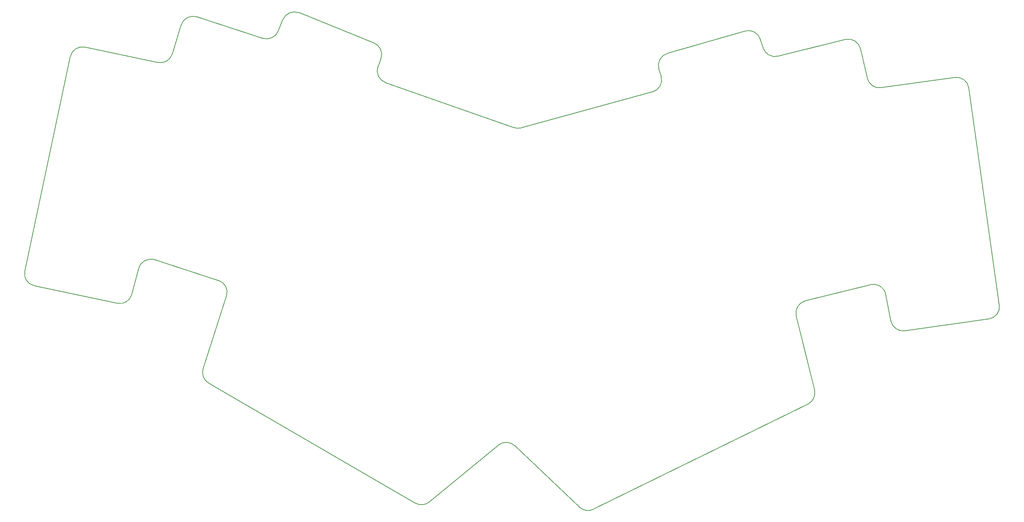
<source format=gbr>
%TF.GenerationSoftware,KiCad,Pcbnew,9.0.0*%
%TF.CreationDate,2025-06-15T19:28:49-07:00*%
%TF.ProjectId,flexible-determinist,666c6578-6962-46c6-952d-64657465726d,v1.0.0*%
%TF.SameCoordinates,Original*%
%TF.FileFunction,Profile,NP*%
%FSLAX46Y46*%
G04 Gerber Fmt 4.6, Leading zero omitted, Abs format (unit mm)*
G04 Created by KiCad (PCBNEW 9.0.0) date 2025-06-15 19:28:49*
%MOMM*%
%LPD*%
G01*
G04 APERTURE LIST*
%TA.AperFunction,Profile*%
%ADD10C,0.150000*%
%TD*%
G04 APERTURE END LIST*
D10*
X250074891Y-135072467D02*
X234266694Y-139013893D01*
X107713418Y-70750842D02*
G75*
G02*
X111617926Y-69095256I2780682J-1125958D01*
G01*
X89741756Y-158988561D02*
G75*
G02*
X88392467Y-155477973I1507144J2593861D01*
G01*
X199354552Y-84539583D02*
G75*
G02*
X197275845Y-88295016I-2873252J-862617D01*
G01*
X86869387Y-70094653D02*
X102866088Y-75292303D01*
X252643079Y-87294844D02*
G75*
G02*
X249304263Y-85006638I-417479J2970844D01*
G01*
X165473189Y-97030605D02*
X197275856Y-88295057D01*
X227654862Y-79650082D02*
X243975386Y-75580920D01*
X159898422Y-174013140D02*
X143210896Y-187791425D01*
X281278373Y-140022724D02*
G75*
G02*
X278725086Y-143411086I-2970773J-417576D01*
G01*
X255007743Y-143875873D02*
X253745062Y-137408487D01*
X219680981Y-73535208D02*
G75*
G02*
X223365994Y-75487835I832719J-2881992D01*
G01*
X67579023Y-139609260D02*
X47472744Y-135335536D01*
X234909090Y-164057922D02*
X182950396Y-189579025D01*
X179561013Y-189060812D02*
X163875263Y-174152012D01*
X198808493Y-82720776D02*
G75*
G02*
X200849109Y-78976019I2873407J862576D01*
G01*
X232078947Y-142639982D02*
X236499979Y-160649999D01*
X270486033Y-84787180D02*
G75*
G02*
X273874396Y-87340462I417467J-2970920D01*
G01*
X71099890Y-137453680D02*
G75*
G02*
X67579011Y-139609315I-2897190J778880D01*
G01*
X83075761Y-72063102D02*
G75*
G02*
X86869377Y-70094685I2866539J-884698D01*
G01*
X247622457Y-77809197D02*
X249304239Y-85006644D01*
X232078948Y-142639981D02*
G75*
G02*
X234266690Y-139013878I2913552J715181D01*
G01*
X56222948Y-79739908D02*
G75*
G02*
X59781127Y-77429156I2934452J-623692D01*
G01*
X139793611Y-188071949D02*
X89741755Y-158988558D01*
X273874371Y-87340465D02*
X281278373Y-140022725D01*
X143210896Y-187791425D02*
G75*
G02*
X139793596Y-188071971I-1910096J2313525D01*
G01*
X47472746Y-135335535D02*
G75*
G02*
X45161985Y-131777352I623654J2934435D01*
G01*
X45162045Y-131777365D02*
X56222948Y-79739908D01*
X92129588Y-134050365D02*
X76634834Y-129015819D01*
X132568269Y-86035424D02*
G75*
G02*
X130756587Y-82144076I994531J2830424D01*
G01*
X72810640Y-131090133D02*
X71099890Y-137453680D01*
X243975386Y-75580920D02*
G75*
G02*
X247622466Y-77809195I725714J-2910980D01*
G01*
X223366029Y-75487823D02*
X224076724Y-77668713D01*
X72810642Y-131090131D02*
G75*
G02*
X76634834Y-129015820I2897168J-778919D01*
G01*
X250074885Y-135072473D02*
G75*
G02*
X253745025Y-137408494I725715J-2910927D01*
G01*
X200849106Y-78976008D02*
X219680981Y-73535208D01*
X106573803Y-73565128D02*
X107713418Y-70750842D01*
X258369664Y-146271813D02*
G75*
G02*
X255007714Y-143875881I-417464J2970913D01*
G01*
X132568269Y-86035427D02*
X163684107Y-96968130D01*
X131462903Y-80276019D02*
X130756612Y-82144085D01*
X111617911Y-69095293D02*
X129780596Y-76433497D01*
X165473185Y-97030608D02*
G75*
G02*
X163684113Y-96968113I-794585J2892608D01*
G01*
X236499979Y-160649999D02*
G75*
G02*
X234909078Y-164057897I-2913679J-715101D01*
G01*
X88392456Y-155477970D02*
X94059045Y-137820225D01*
X92129584Y-134050365D02*
G75*
G02*
X94059045Y-137820225I-927184J-2853235D01*
G01*
X199354552Y-84539583D02*
X198808493Y-82720776D01*
X227654857Y-79650091D02*
G75*
G02*
X224076792Y-77668691I-725757J2910791D01*
G01*
X182950396Y-189579025D02*
G75*
G02*
X179561023Y-189060802I-1322596J2692725D01*
G01*
X159898422Y-174013140D02*
G75*
G02*
X163875277Y-174151997I1910078J-2313360D01*
G01*
X252643082Y-87294843D02*
X270486039Y-84787179D01*
X59781118Y-77429200D02*
X77405695Y-81175421D01*
X278725082Y-143411056D02*
X258369662Y-146271817D01*
X106573803Y-73565128D02*
G75*
G02*
X102866099Y-75292269I-2780703J1126128D01*
G01*
X80896001Y-79125703D02*
G75*
G02*
X77405700Y-81175398I-2866601J884803D01*
G01*
X80896001Y-79125703D02*
X83075761Y-72063102D01*
X129780596Y-76433497D02*
G75*
G02*
X131462976Y-80276047I-1123796J-2781603D01*
G01*
M02*

</source>
